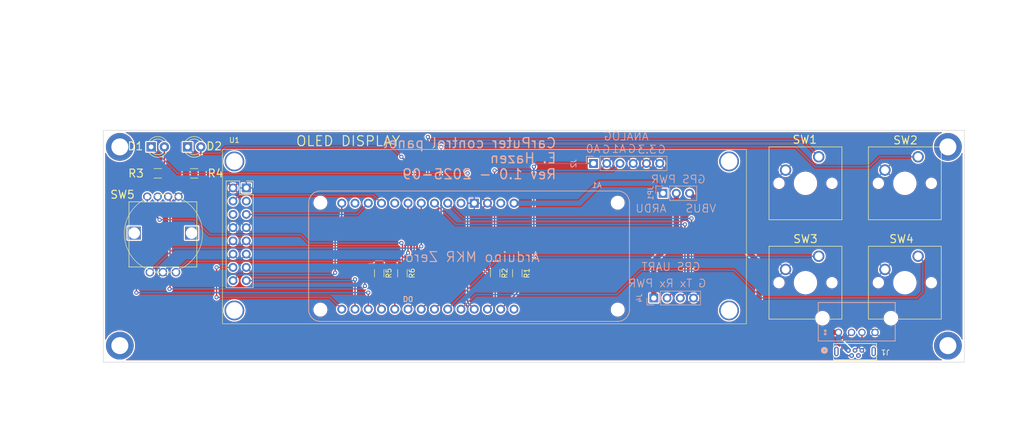
<source format=kicad_pcb>
(kicad_pcb (version 20241229) (generator "pcbnew") (generator_version "9.0")
  (layers (0 "F.Cu" signal) (2 "B.Cu" signal) (13 "F.Paste" user) (15 "B.Paste" user) (5 "F.SilkS" user "F.Silkscreen") (7 "B.SilkS" user "B.Silkscreen") (1 "F.Mask" user) (3 "B.Mask" user) (25 "Edge.Cuts" user))
  (net 0 "")
  (net 1 "/~{CS}")
  (net 2 "GND")
  (net 4 "Net-(D1-A)")
  (net 5 "Net-(D2-A)")
  (net 6 "/~{RST}")
  (net 7 "Net-(SW5-RED)")
  (net 8 "Net-(SW5-GREEN)")
  (net 9 "/SW0")
  (net 10 "/SW1")
  (net 11 "/SW2")
  (net 12 "/SW3")
  (net 13 "/ENC_SW")
  (net 14 "/ENC_A")
  (net 15 "/ENC_B")
  (net 16 "/TX")
  (net 17 "/ENC_RED")
  (net 18 "+3.3V")
  (net 19 "/SCK")
  (net 21 "/RX")
  (net 24 "/A1")
  (net 26 "/DC")
  (net 27 "/A0")
  (net 28 "/ENC_GRN")
  (net 29 "/MOSI")
  (net 32 "/LED0")
  (net 33 "/LED1")
  (net 34 "Net-(J1-D-)")
  (net 36 "Net-(J1-D+)")
  (net 37 "/VBUS")
  (net 38 "Net-(J4-Pin_1)")
  (net 39 "+5V")
  (footprint "my_mtg_hole:mtg_hole_4-40" (layer "F.Cu") (at 78.105 90.805)
    (property "Reference" "H2" (hide yes))
    (property "Value" "MountingHole")
    (pad "1" thru_hole circle (at 0 0) (size 5.334 5.334) (drill 3.2512) (layers "*.Cu" "*.Mask"))
  )
  (footprint "my_mtg_hole:mtg_hole_4-40" (layer "F.Cu") (at 236.855 90.805)
    (property "Reference" "H4" (hide yes))
    (property "Value" "MountingHole")
    (pad "1" thru_hole circle (at 0 0) (size 5.334 5.334) (drill 3.2512) (layers "*.Cu" "*.Mask"))
  )
  (footprint "my_cherry:SW_Cherry_MX_1.00u_PCB" (layer "F.Cu") (at 231.14 54.61)
    (property "Reference" "SW2" (at -2.413 -3.175 0) (layer "F.SilkS") (effects (font (size 1.524 1.524) (thickness 0.2032))))
    (property "Value" "SW_Push")
    (fp_line (start -9.525 -1.905) (end 4.445 -1.905) (stroke (width 0.12)) (layer "F.SilkS"))
    (fp_line (start -9.525 12.065) (end -9.525 -1.905) (stroke (width 0.12)) (layer "F.SilkS"))
    (fp_line (start 4.445 -1.905) (end 4.445 12.065) (stroke (width 0.12)) (layer "F.SilkS"))
    (fp_line (start 4.445 12.065) (end -9.525 12.065) (stroke (width 0.12)) (layer "F.SilkS"))
    (pad "" np_thru_hole circle (at -7.62 5.08) (size 1.7 1.7) (drill 1.7) (layers "*.Cu" "*.Mask"))
    (pad "" np_thru_hole circle (at -2.54 5.08) (size 4 4) (drill 4) (layers "*.Cu" "*.Mask"))
    (pad "" np_thru_hole circle (at 2.54 5.08) (size 1.7 1.7) (drill 1.7) (layers "*.Cu" "*.Mask"))
    (pad "1" thru_hole circle (at 0 0) (size 2.2 2.2) (drill 1.5) (layers "*.Cu" "*.Mask") (net 10 "/SW1"))
    (pad "2" thru_hole circle (at -6.35 2.54) (size 2.2 2.2) (drill 1.5) (layers "*.Cu" "*.Mask") (net 2 "GND"))
  )
  (footprint "my_footprints:rotary-RG-3D" (layer "F.Cu") (at 89.36 62.23)
    (property "Reference" "SW5" (at -10.747 -0.381 0) (layer "F.SilkS") (effects (font (size 1.524 1.524) (thickness 0.2032))))
    (property "Value" "COM-15140")
    (fp_line (start -9.5 1) (end 3.5 1) (stroke (width 0.12)) (layer "F.SilkS"))
    (fp_line (start -9.5 13.5) (end -9.5 1) (stroke (width 0.12)) (layer "F.SilkS"))
    (fp_line (start 3.5 1) (end 3.5 13.5) (stroke (width 0.12)) (layer "F.SilkS"))
    (fp_line (start 3.5 13.5) (end -9.5 13.5) (stroke (width 0.12)) (layer "F.SilkS"))
    (fp_circle (center -2.9 7.1) (end -8.3 12.3) (stroke (width 0.1)) (fill no) (layer "F.SilkS"))
    (pad "1" thru_hole circle (at 0 0) (size 1.6 1.6) (drill 1) (layers "*.Cu" "*.Mask") (net 2 "GND"))
    (pad "2" thru_hole circle (at -2 0) (size 1.6 1.6) (drill 1) (layers "*.Cu" "*.Mask") (net 7 "Net-(SW5-RED)"))
    (pad "3" thru_hole circle (at -4 0) (size 1.6 1.6) (drill 1) (layers "*.Cu" "*.Mask") (net 8 "Net-(SW5-GREEN)"))
    (pad "4" thru_hole circle (at -6 0) (size 1.6 1.6) (drill 1) (layers "*.Cu" "*.Mask") (net 13 "/ENC_SW"))
    (pad "A" thru_hole circle (at -5.5 14.5) (size 1.65 1.65) (drill 1.1) (layers "*.Cu" "*.Mask") (net 14 "/ENC_A"))
    (pad "B" thru_hole circle (at -0.5 14.5) (size 1.65 1.65) (drill 1.1) (layers "*.Cu" "*.Mask") (net 15 "/ENC_B"))
    (pad "C" thru_hole circle (at -3 14.5) (size 1.65 1.65) (drill 1.1) (layers "*.Cu" "*.Mask") (net 2 "GND"))
    (pad "X" thru_hole rect (at -8.5 7) (size 2.5 2.5) (drill 2.2) (layers "*.Cu" "*.Mask"))
    (pad "Y" thru_hole rect (at 2.5 7) (size 2.5 2.5) (drill 2.2) (layers "*.Cu" "*.Mask"))
  )
  (footprint "Resistor_SMD:R_1206_3216Metric_Pad1.30x1.75mm_HandSolder" (layer "F.Cu") (at 154.305 76.925 -90)
    (property "Reference" "R1" (at 0 -1.83 90) (layer "F.SilkS"))
    (property "Value" "10k")
    (fp_line (start -0.727064 0.91) (end 0.727064 0.91) (stroke (width 0.12)) (layer "F.SilkS"))
    (fp_line (start -0.727064 -0.91) (end 0.727064 -0.91) (stroke (width 0.12)) (layer "F.SilkS"))
    (pad "1" smd roundrect (at -1.55 0 270) (size 1.3 1.75) (layers "F.Cu" "F.Mask" "F.Paste") (roundrect_rratio 0.192308) (net 18 "+3.3V"))
    (pad "2" smd roundrect (at 1.55 0 270) (size 1.3 1.75) (layers "F.Cu" "F.Mask" "F.Paste") (roundrect_rratio 0.192308) (net 27 "/A0"))
  )
  (footprint "my_OLED:OLED_312_16pin" (layer "F.Cu") (at 97.7755 53.1985)
    (property "Reference" "U1" (at 2.286 -1.778 0) (layer "F.SilkS"))
    (property "Value" "OLED-SSD1322")
    (fp_line (start 0.702 6.036) (end 0.702 26.476) (stroke (width 0.12)) (layer "F.SilkS"))
    (fp_line (start 0.702 6.036) (end 3.302 6.036) (stroke (width 0.12)) (layer "F.SilkS"))
    (fp_line (start 0.702 26.476) (end 5.902 26.476) (stroke (width 0.12)) (layer "F.SilkS"))
    (fp_line (start 3.302 6.036) (end 3.302 8.636) (stroke (width 0.12)) (layer "F.SilkS"))
    (fp_line (start 3.302 8.636) (end 5.902 8.636) (stroke (width 0.12)) (layer "F.SilkS"))
    (fp_line (start 4.572 6.036) (end 5.902 6.036) (stroke (width 0.12)) (layer "F.SilkS"))
    (fp_line (start 5.902 6.036) (end 5.902 7.366) (stroke (width 0.12)) (layer "F.SilkS"))
    (fp_line (start 5.902 8.636) (end 5.902 26.476) (stroke (width 0.12)) (layer "F.SilkS"))
    (fp_rect (start 0 0) (end 100.457 33.4264) (stroke (width 0.1)) (fill no) (layer "F.SilkS"))
    (pad "1" thru_hole rect (at 4.572 7.366) (size 1.7 1.7) (drill 1) (layers "*.Cu" "*.Mask") (net 2 "GND"))
    (pad "2" thru_hole circle (at 2.032 7.366) (size 1.7 1.7) (drill 1) (layers "*.Cu" "*.Mask") (net 18 "+3.3V"))
    (pad "3" thru_hole circle (at 4.572 9.906) (size 1.7 1.7) (drill 1) (layers "*.Cu" "*.Mask"))
    (pad "4" thru_hole circle (at 2.032 9.906) (size 1.7 1.7) (drill 1) (layers "*.Cu" "*.Mask") (net 19 "/SCK"))
    (pad "5" thru_hole circle (at 4.572 12.446) (size 1.7 1.7) (drill 1) (layers "*.Cu" "*.Mask") (net 29 "/MOSI"))
    (pad "6" thru_hole circle (at 2.032 12.446) (size 1.7 1.7) (drill 1) (layers "*.Cu" "*.Mask"))
    (pad "7" thru_hole circle (at 4.572 14.986) (size 1.7 1.7) (drill 1) (layers "*.Cu" "*.Mask") (net 2 "GND"))
    (pad "8" thru_hole circle (at 2.032 14.986) (size 1.7 1.7) (drill 1) (layers "*.Cu" "*.Mask") (net 2 "GND"))
    (pad "9" thru_hole circle (at 4.572 17.526) (size 1.7 1.7) (drill 1) (layers "*.Cu" "*.Mask") (net 2 "GND"))
    (pad "10" thru_hole circle (at 2.032 17.526) (size 1.7 1.7) (drill 1) (layers "*.Cu" "*.Mask") (net 2 "GND"))
    (pad "11" thru_hole circle (at 4.572 20.066) (size 1.7 1.7) (drill 1) (layers "*.Cu" "*.Mask") (net 2 "GND"))
    (pad "12" thru_hole circle (at 2.032 20.066) (size 1.7 1.7) (drill 1) (layers "*.Cu" "*.Mask") (net 2 "GND"))
    (pad "13" thru_hole circle (at 4.572 22.606) (size 1.7 1.7) (drill 1) (layers "*.Cu" "*.Mask") (net 2 "GND"))
    (pad "14" thru_hole circle (at 2.032 22.606) (size 1.7 1.7) (drill 1) (layers "*.Cu" "*.Mask") (net 26 "/DC"))
    (pad "15" thru_hole circle (at 4.572 25.146) (size 1.7 1.7) (drill 1) (layers "*.Cu" "*.Mask") (net 1 "/~{CS}"))
    (pad "16" thru_hole circle (at 2.032 25.146) (size 1.7 1.7) (drill 1) (layers "*.Cu" "*.Mask") (net 6 "/~{RST}"))
    (pad "17" thru_hole circle (at 2.286 2.286) (size 3.81 3.81) (drill 3.175) (layers "*.Cu" "*.Mask"))
    (pad "17" thru_hole circle (at 2.286 30.861) (size 3.81 3.81) (drill 3.175) (layers "*.Cu" "*.Mask"))
    (pad "17" thru_hole circle (at 97.1296 2.286) (size 3.81 3.81) (drill 3.175) (layers "*.Cu" "*.Mask"))
    (pad "17" thru_hole circle (at 97.1296 30.861) (size 3.81 3.81) (drill 3.175) (layers "*.Cu" "*.Mask"))
  )
  (footprint "Resistor_SMD:R_1206_3216Metric_Pad1.30x1.75mm_HandSolder" (layer "F.Cu") (at 92.355 57.785)
    (property "Reference" "R4" (at 4.09 0 0) (layer "F.SilkS") (effects (font (size 1.524 1.524) (thickness 0.2032))))
    (property "Value" "1k")
    (fp_line (start 0.727064 -0.91) (end -0.727064 -0.91) (stroke (width 0.12)) (layer "F.SilkS"))
    (fp_line (start 0.727064 0.91) (end -0.727064 0.91) (stroke (width 0.12)) (layer "F.SilkS"))
    (pad "1" smd roundrect (at -1.55 0) (size 1.3 1.75) (layers "F.Cu" "F.Mask" "F.Paste") (roundrect_rratio 0.192308) (net 18 "+3.3V"))
    (pad "2" smd roundrect (at 1.55 0) (size 1.3 1.75) (layers "F.Cu" "F.Mask" "F.Paste") (roundrect_rratio 0.192308) (net 5 "Net-(D2-A)"))
  )
  (footprint "my_cherry:SW_Cherry_MX_1.00u_PCB" (layer "F.Cu") (at 212.09 54.61)
    (property "Reference" "SW1" (at -2.667 -3.302 0) (layer "F.SilkS") (effects (font (size 1.524 1.524) (thickness 0.2032))))
    (property "Value" "SW_Push")
    (fp_line (start -9.525 -1.905) (end 4.445 -1.905) (stroke (width 0.12)) (layer "F.SilkS"))
    (fp_line (start -9.525 12.065) (end -9.525 -1.905) (stroke (width 0.12)) (layer "F.SilkS"))
    (fp_line (start 4.445 -1.905) (end 4.445 12.065) (stroke (width 0.12)) (layer "F.SilkS"))
    (fp_line (start 4.445 12.065) (end -9.525 12.065) (stroke (width 0.12)) (layer "F.SilkS"))
    (pad "" np_thru_hole circle (at -7.62 5.08) (size 1.7 1.7) (drill 1.7) (layers "*.Cu" "*.Mask"))
    (pad "" np_thru_hole circle (at -2.54 5.08) (size 4 4) (drill 4) (layers "*.Cu" "*.Mask"))
    (pad "" np_thru_hole circle (at 2.54 5.08) (size 1.7 1.7) (drill 1.7) (layers "*.Cu" "*.Mask"))
    (pad "1" thru_hole circle (at 0 0) (size 2.2 2.2) (drill 1.5) (layers "*.Cu" "*.Mask") (net 9 "/SW0"))
    (pad "2" thru_hole circle (at -6.35 2.54) (size 2.2 2.2) (drill 1.5) (layers "*.Cu" "*.Mask") (net 2 "GND"))
  )
  (footprint "Resistor_SMD:R_1206_3216Metric_Pad1.30x1.75mm_HandSolder" (layer "F.Cu") (at 85.37 57.785)
    (property "Reference" "R3" (at -4.165 0 0) (layer "F.SilkS") (effects (font (size 1.524 1.524) (thickness 0.2032))))
    (property "Value" "1k")
    (fp_line (start 0.727064 -0.91) (end -0.727064 -0.91) (stroke (width 0.12)) (layer "F.SilkS"))
    (fp_line (start 0.727064 0.91) (end -0.727064 0.91) (stroke (width 0.12)) (layer "F.SilkS"))
    (pad "1" smd roundrect (at -1.55 0) (size 1.3 1.75) (layers "F.Cu" "F.Mask" "F.Paste") (roundrect_rratio 0.192308) (net 18 "+3.3V"))
    (pad "2" smd roundrect (at 1.55 0) (size 1.3 1.75) (layers "F.Cu" "F.Mask" "F.Paste") (roundrect_rratio 0.192308) (net 4 "Net-(D1-A)"))
  )
  (footprint "Resistor_SMD:R_1206_3216Metric_Pad1.30x1.75mm_HandSolder" (layer "F.Cu") (at 150.0598 76.925 -90)
    (property "Reference" "R2" (at 0 -1.83 90) (layer "F.SilkS"))
    (property "Value" "10k")
    (fp_line (start -0.727064 0.91) (end 0.727064 0.91) (stroke (width 0.12)) (layer "F.SilkS"))
    (fp_line (start -0.727064 -0.91) (end 0.727064 -0.91) (stroke (width 0.12)) (layer "F.SilkS"))
    (pad "1" smd roundrect (at -1.55 0 270) (size 1.3 1.75) (layers "F.Cu" "F.Mask" "F.Paste") (roundrect_rratio 0.192308) (net 18 "+3.3V"))
    (pad "2" smd roundrect (at 1.55 0 270) (size 1.3 1.75) (layers "F.Cu" "F.Mask" "F.Paste") (roundrect_rratio 0.192308) (net 24 "/A1"))
  )
  (footprint "my_cherry:SW_Cherry_MX_1.00u_PCB" (layer "F.Cu") (at 212.09 73.66)
    (property "Reference" "SW3" (at -2.54 -3.302 0) (layer "F.SilkS") (effects (font (size 1.524 1.524) (thickness 0.2032))))
    (property "Value" "SW_Push")
    (fp_line (start -9.525 -1.905) (end 4.445 -1.905) (stroke (width 0.12)) (layer "F.SilkS"))
    (fp_line (start -9.525 12.065) (end -9.525 -1.905) (stroke (width 0.12)) (layer "F.SilkS"))
    (fp_line (start 4.445 -1.905) (end 4.445 12.065) (stroke (width 0.12)) (layer "F.SilkS"))
    (fp_line (start 4.445 12.065) (end -9.525 12.065) (stroke (width 0.12)) (layer "F.SilkS"))
    (pad "" np_thru_hole circle (at -7.62 5.08) (size 1.7 1.7) (drill 1.7) (layers "*.Cu" "*.Mask"))
    (pad "" np_thru_hole circle (at -2.54 5.08) (size 4 4) (drill 4) (layers "*.Cu" "*.Mask"))
    (pad "" np_thru_hole circle (at 2.54 5.08) (size 1.7 1.7) (drill 1.7) (layers "*.Cu" "*.Mask"))
    (pad "1" thru_hole circle (at 0 0) (size 2.2 2.2) (drill 1.5) (layers "*.Cu" "*.Mask") (net 11 "/SW2"))
    (pad "2" thru_hole circle (at -6.35 2.54) (size 2.2 2.2) (drill 1.5) (layers "*.Cu" "*.Mask") (net 2 "GND"))
  )
  (footprint "my_mtg_hole:mtg_hole_4-40" (layer "F.Cu") (at 236.855 52.705)
    (property "Reference" "H3" (hide yes))
    (property "Value" "MountingHole")
    (pad "1" thru_hole circle (at 0 0) (size 5.334 5.334) (drill 3.2512) (layers "*.Cu" "*.Mask"))
  )
  (footprint "LED_THT:LED_D3.0mm" (layer "F.Cu") (at 84.1 52.705)
    (property "Reference" "D1" (at -3.022 -0.127 0) (layer "F.SilkS") (effects (font (size 1.524 1.524) (thickness 0.2032))))
    (property "Value" "LED")
    (fp_line (start -0.29 -1.236) (end -0.29 -1.08) (stroke (width 0.12)) (layer "F.SilkS"))
    (fp_line (start -0.29 1.08) (end -0.29 1.236) (stroke (width 0.12)) (layer "F.SilkS"))
    (fp_arc (start -0.29 -1.235516) (mid 1.366487 -1.987659) (end 2.942335 -1.078608) (stroke (width 0.12)) (layer "F.SilkS"))
    (fp_arc (start 0.229039 -1.08) (mid 1.270117 -1.5) (end 2.31113 -1.079837) (stroke (width 0.12)) (layer "F.SilkS"))
    (fp_arc (start 2.31113 1.079837) (mid 1.270117 1.5) (end 0.229039 1.08) (stroke (width 0.12)) (layer "F.SilkS"))
    (fp_arc (start 2.942335 1.078608) (mid 1.366487 1.987659) (end -0.29 1.235516) (stroke (width 0.12)) (layer "F.SilkS"))
    (pad "1" thru_hole rect (at 0 0) (size 1.8 1.8) (drill 0.9) (layers "*.Cu" "*.Mask") (net 32 "/LED0"))
    (pad "2" thru_hole circle (at 2.54 0) (size 1.8 1.8) (drill 0.9) (layers "*.Cu" "*.Mask") (net 4 "Net-(D1-A)"))
  )
  (footprint "my_mtg_hole:mtg_hole_4-40" (layer "F.Cu") (at 78.105 52.705)
    (property "Reference" "H1" (hide yes))
    (property "Value" "MountingHole")
    (pad "1" thru_hole circle (at 0 0) (size 5.334 5.334) (drill 3.2512) (layers "*.Cu" "*.Mask"))
  )
  (footprint "Resistor_SMD:R_1206_3216Metric_Pad1.30x1.75mm_HandSolder" (layer "F.Cu") (at 127.8348 76.925 -90)
    (property "Reference" "R5" (at 0 -1.83 90) (layer "F.SilkS"))
    (property "Value" "470")
    (fp_line (start -0.727064 0.91) (end 0.727064 0.91) (stroke (width 0.12)) (layer "F.SilkS"))
    (fp_line (start -0.727064 -0.91) (end 0.727064 -0.91) (stroke (width 0.12)) (layer "F.SilkS"))
    (pad "1" smd roundrect (at -1.55 0 270) (size 1.3 1.75) (layers "F.Cu" "F.Mask" "F.Paste") (roundrect_rratio 0.192308) (net 7 "Net-(SW5-RED)"))
    (pad "2" smd roundrect (at 1.55 0 270) (size 1.3 1.75) (layers "F.Cu" "F.Mask" "F.Paste") (roundrect_rratio 0.192308) (net 17 "/ENC_RED"))
  )
  (footprint "my_cherry:SW_Cherry_MX_1.00u_PCB" (layer "F.Cu") (at 231.14 73.66)
    (property "Reference" "SW4" (at -3.175 -3.302 0) (layer "F.SilkS") (effects (font (size 1.524 1.524) (thickness 0.2032))))
    (property "Value" "SW_Push")
    (fp_line (start -9.525 -1.905) (end 4.445 -1.905) (stroke (width 0.12)) (layer "F.SilkS"))
    (fp_line (start -9.525 12.065) (end -9.525 -1.905) (stroke (width 0.12)) (layer "F.SilkS"))
    (fp_line (start 4.445 -1.905) (end 4.445 12.065) (stroke (width 0.12)) (layer "F.SilkS"))
    (fp_line (start 4.445 12.065) (end -9.525 12.065) (stroke (width 0.12)) (layer "F.SilkS"))
    (pad "" np_thru_hole circle (at -7.62 5.08) (size 1.7 1.7) (drill 1.7) (layers "*.Cu" "*.Mask"))
    (pad "" np_thru_hole circle (at -2.54 5.08) (size 4 4) (drill 4) (layers "*.Cu" "*.Mask"))
    (pad "" np_thru_hole circle (at 2.54 5.08) (size 1.7 1.7) (drill 1.7) (layers "*.Cu" "*.Mask"))
    (pad "1" thru_hole circle (at 0 0) (size 2.2 2.2) (drill 1.5) (layers "*.Cu" "*.Mask") (net 12 "/SW3"))
    (pad "2" thru_hole circle (at -6.35 2.54) (size 2.2 2.2) (drill 1.5) (layers "*.Cu" "*.Mask") (net 2 "GND"))
  )
  (footprint "Resistor_SMD:R_1206_3216Metric_Pad1.30x1.75mm_HandSolder" (layer "F.Cu") (at 132.2798 76.925 -90)
    (property "Reference" "R6" (at 0 -1.83 90) (layer "F.SilkS"))
    (property "Value" "470")
    (fp_line (start -0.727064 0.91) (end 0.727064 0.91) (stroke (width 0.12)) (layer "F.SilkS"))
    (fp_line (start -0.727064 -0.91) (end 0.727064 -0.91) (stroke (width 0.12)) (layer "F.SilkS"))
    (pad "1" smd roundrect (at -1.55 0 270) (size 1.3 1.75) (layers "F.Cu" "F.Mask" "F.Paste") (roundrect_rratio 0.192308) (net 8 "Net-(SW5-GREEN)"))
    (pad "2" smd roundrect (at 1.55 0 270) (size 1.3 1.75) (layers "F.Cu" "F.Mask" "F.Paste") (roundrect_rratio 0.192308) (net 28 "/ENC_GRN"))
  )
  (footprint "LED_THT:LED_D3.0mm" (layer "F.Cu") (at 91.09 52.705)
    (property "Reference" "D2" (at 5.101 -0.127 0) (layer "F.SilkS") (effects (font (size 1.524 1.524) (thickness 0.2032))))
    (property "Value" "LED")
    (fp_line (start -0.29 -1.236) (end -0.29 -1.08) (stroke (width 0.12)) (layer "F.SilkS"))
    (fp_line (start -0.29 1.08) (end -0.29 1.236) (stroke (width 0.12)) (layer "F.SilkS"))
    (fp_arc (start -0.29 -1.235516) (mid 1.366487 -1.987659) (end 2.942335 -1.078608) (stroke (width 0.12)) (layer "F.SilkS"))
    (fp_arc (start 0.229039 -1.08) (mid 1.270117 -1.5) (end 2.31113 -1.079837) (stroke (width 0.12)) (layer "F.SilkS"))
    (fp_arc (start 2.31113 1.079837) (mid 1.270117 1.5) (end 0.229039 1.08) (stroke (width 0.12)) (layer "F.SilkS"))
    (fp_arc (start 2.942335 1.078608) (mid 1.366487 1.987659) (end -0.29 1.235516) (stroke (width 0.12)) (layer "F.SilkS"))
    (pad "1" thru_hole rect (at 0 0) (size 1.8 1.8) (drill 0.9) (layers "*.Cu" "*.Mask") (net 33 "/LED1"))
    (pad "2" thru_hole circle (at 2.54 0) (size 1.8 1.8) (drill 0.9) (layers "*.Cu" "*.Mask") (net 5 "Net-(D2-A)"))
  )
  (footprint "my_USB:CONN_USB3131-30-0230-A_GCT" (layer "F.Cu") (at 217.756001 91.71)
    (property "Reference" "J1" (at 7.129 0.381 180) (layer "F.SilkS"))
    (property "Value" "USB_B_Micro")
    (fp_line (start -2.8021 -1.312) (end -2.8021 -0.838263) (stroke (width 0.1524)) (layer "F.SilkS"))
    (fp_line (start -2.8021 1.278261) (end -2.8021 1.8376) (stroke (width 0.1524)) (layer "F.SilkS"))
    (fp_line (start -2.8021 1.8376) (end 5.4021 1.8376) (stroke (width 0.1524)) (layer "F.SilkS"))
    (fp_line (start 5.4021 -1.312) (end -2.8021 -1.312) (stroke (width 0.1524)) (layer "F.SilkS"))
    (fp_line (start 5.4021 -0.838263) (end 5.4021 -1.312) (stroke (width 0.1524)) (layer "F.SilkS"))
    (fp_line (start 5.4021 1.8376) (end 5.4021 1.278261) (stroke (width 0.1524)) (layer "F.SilkS"))
    (fp_circle (center -4.5801 0) (end -4.1991 0) (stroke (width 0.508)) (fill no) (layer "F.SilkS"))
    (fp_circle (center -4.5801 0) (end -4.1991 0) (stroke (width 0.508)) (fill no) (layer "B.SilkS"))
    (pad "1" thru_hole circle (at 0 0) (size 0.9144 0.9144) (drill 0.4064) (layers "*.Cu" "*.Mask") (net 37 "/VBUS"))
    (pad "2" thru_hole circle (at 0.650001 1) (size 0.9144 0.9144) (drill 0.4064) (layers "*.Cu" "*.Mask") (net 34 "Net-(J1-D-)"))
    (pad "3" thru_hole circle (at 1.3 0) (size 0.9144 0.9144) (drill 0.4064) (layers "*.Cu" "*.Mask") (net 36 "Net-(J1-D+)"))
    (pad "4" thru_hole circle (at 1.949999 1) (size 0.9144 0.9144) (drill 0.4064) (layers "*.Cu" "*.Mask"))
    (pad "5" thru_hole circle (at 2.6 0) (size 0.9144 0.9144) (drill 0.4064) (layers "*.Cu" "*.Mask") (net 2 "GND"))
    (pad "S_1" thru_hole oval (at -2.274999 0.219999 90) (size 1.8542 0.8636) (drill oval 1.3462 0.3556) (layers "*.Cu" "*.Mask"))
    (pad "S_2" thru_hole oval (at 4.874999 0.219999 90) (size 1.8542 0.8636) (drill oval 1.3462 0.3556) (layers "*.Cu" "*.Mask"))
  )
  (footprint "Connector_PinSocket_2.54mm:PinSocket_1x04_P2.54mm_Vertical" (layer "B.Cu") (at 180.477 81.686 -90)
    (property "Reference" "J4" (at 0 2.77 90) (layer "B.SilkS") (effects (justify mirror)))
    (property "Value" "Conn_01x04")
    (fp_line (start 0 1.33) (end 1.33 1.33) (stroke (width 0.12)) (layer "B.SilkS"))
    (fp_line (start 1.33 1.33) (end 1.33 0) (stroke (width 0.12)) (layer "B.SilkS"))
    (fp_line (start -1.33 -1.27) (end 1.33 -1.27) (stroke (width 0.12)) (layer "B.SilkS"))
    (fp_line (start -1.33 -1.27) (end -1.33 -8.95) (stroke (width 0.12)) (layer "B.SilkS"))
    (fp_line (start 1.33 -1.27) (end 1.33 -8.95) (stroke (width 0.12)) (layer "B.SilkS"))
    (fp_line (start -1.33 -8.95) (end 1.33 -8.95) (stroke (width 0.12)) (layer "B.SilkS"))
    (pad "1" thru_hole rect (at 0 0 270) (size 1.7 1.7) (drill 1) (layers "*.Cu" "*.Mask") (net 38 "Net-(J4-Pin_1)"))
    (pad "2" thru_hole circle (at 0 -2.54 270) (size 1.7 1.7) (drill 1) (layers "*.Cu" "*.Mask") (net 21 "/RX"))
    (pad "3" thru_hole circle (at 0 -5.08 270) (size 1.7 1.7) (drill 1) (layers "*.Cu" "*.Mask") (net 16 "/TX"))
    (pad "4" thru_hole circle (at 0 -7.62 270) (size 1.7 1.7) (drill 1) (layers "*.Cu" "*.Mask") (net 2 "GND"))
  )
  (footprint "Connector_PinHeader_2.54mm:PinHeader_1x03_P2.54mm_Vertical" (layer "B.Cu") (at 182.245 61.595 -90)
    (property "Reference" "JP1" (at 0 2.38 90) (layer "B.SilkS") (effects (justify mirror)))
    (property "Value" "Jumper_3_Bridged12")
    (fp_line (start -1.38 1.38) (end 0 1.38) (stroke (width 0.12)) (layer "B.SilkS"))
    (fp_line (start -1.38 0) (end -1.38 1.38) (stroke (width 0.12)) (layer "B.SilkS"))
    (fp_line (start -1.38 -1.27) (end 1.38 -1.27) (stroke (width 0.12)) (layer "B.SilkS"))
    (fp_line (start -1.38 -1.27) (end -1.38 -6.46) (stroke (width 0.12)) (layer "B.SilkS"))
    (fp_line (start 1.38 -1.27) (end 1.38 -6.46) (stroke (width 0.12)) (layer "B.SilkS"))
    (fp_line (start -1.38 -6.46) (end 1.38 -6.46) (stroke (width 0.12)) (layer "B.SilkS"))
    (pad "1" thru_hole rect (at 0 0 270) (size 1.7 1.7) (drill 1) (layers "*.Cu" "*.Mask") (net 39 "+5V"))
    (pad "2" thru_hole circle (at 0 -2.54 270) (size 1.7 1.7) (drill 1) (layers "*.Cu" "*.Mask") (net 38 "Net-(J4-Pin_1)"))
    (pad "3" thru_hole circle (at 0 -5.08 270) (size 1.7 1.7) (drill 1) (layers "*.Cu" "*.Mask") (net 37 "/VBUS"))
  )
  (footprint "Connector_PinHeader_2.54mm:PinHeader_1x06_P2.54mm_Vertical" (layer "B.Cu") (at 168.91 55.88 -90)
    (property "Reference" "J2" (at 0 3.81 90) (layer "B.SilkS") (effects (justify mirror)))
    (property "Value" "Conn_01x06")
    (fp_line (start -1.38 1.38) (end 0 1.38) (stroke (width 0.12)) (layer "B.SilkS"))
    (fp_line (start -1.38 0) (end -1.38 1.38) (stroke (width 0.12)) (layer "B.SilkS"))
    (fp_line (start -1.38 -1.27) (end 1.38 -1.27) (stroke (width 0.12)) (layer "B.SilkS"))
    (fp_line (start -1.38 -1.27) (end -1.38 -14.08) (stroke (width 0.12)) (layer "B.SilkS"))
    (fp_line (start 1.38 -1.27) (end 1.38 -14.08) (stroke (width 0.12)) (layer "B.SilkS"))
    (fp_line (start -1.38 -14.08) (end 1.38 -14.08) (stroke (width 0.12)) (layer "B.SilkS"))
    (pad "1" thru_hole rect (at 0 0 270) (size 1.7 1.7) (drill 1) (layers "*.Cu" "*.Mask") (net 27 "/A0"))
    (pad "2" thru_hole circle (at 0 -2.54 270) (size 1.7 1.7) (drill 1) (layers "*.Cu" "*.Mask") (net 2 "GND"))
    (pad "3" thru_hole circle (at 0 -5.08 270) (size 1.7 1.7) (drill 1) (layers "*.Cu" "*.Mask") (net 24 "/A1"))
    (pad "4" thru_hole circle (at 0 -7.62 270) (size 1.7 1.7) (drill 1) (layers "*.Cu" "*.Mask") (net 2 "GND"))
    (pad "5" thru_hole circle (at 0 -10.16 270) (size 1.7 1.7) (drill 1) (layers "*.Cu" "*.Mask") (net 18 "+3.3V"))
    (pad "6" thru_hole circle (at 0 -12.7 270) (size 1.7 1.7) (drill 1) (layers "*.Cu" "*.Mask") (net 2 "GND"))
  )
  (footprint "my_USB:CONN_USB-A-S-VT_ADM" (layer "B.Cu") (at 215.8746 88.265)
    (property "Reference" "J3" (hide yes))
    (property "Value" "USB_A")
    (fp_line (start -3.8735 -5.715) (end 10.8839 -5.715) (stroke (width 0.1524)) (layer "B.SilkS"))
    (fp_line (start -3.8735 -3.96472) (end -3.8735 -5.715) (stroke (width 0.1524)) (layer "B.SilkS"))
    (fp_line (start -3.8735 1.651) (end -3.8735 -1.47088) (stroke (width 0.1524)) (layer "B.SilkS"))
    (fp_line (start 10.8839 -5.715) (end 10.8839 -3.96472) (stroke (width 0.1524)) (layer "B.SilkS"))
    (fp_line (start 10.8839 -1.47088) (end 10.8839 1.651) (stroke (width 0.1524)) (layer "B.SilkS"))
    (fp_line (start 10.8839 1.651) (end -3.8735 1.651) (stroke (width 0.1524)) (layer "B.SilkS"))
    (fp_text user "*" (at -2.54 0 0) (layer "B.SilkS") (effects (justify mirror)))
    (fp_text user "*" (at -2.54 0 180) (layer "B.SilkS") (effects (justify mirror)))
    (pad "" np_thru_hole circle (at -3.0607 -2.7178) (size 2.3114 2.3114) (drill 2.3114) (layers "*.Cu" "*.Mask"))
    (pad "" np_thru_hole circle (at 10.0711 -2.7178) (size 2.3114 2.3114) (drill 2.3114) (layers "*.Cu" "*.Mask"))
    (pad "1" thru_hole circle (at 0 0) (size 1.4224 1.4224) (drill 0.9144) (layers "*.Cu" "*.Mask") (net 37 "/VBUS"))
    (pad "2" thru_hole circle (at 2.5019 0) (size 1.4224 1.4224) (drill 0.9144) (layers "*.Cu" "*.Mask") (net 34 "Net-(J1-D-)"))
    (pad "3" thru_hole circle (at 4.5085 0) (size 1.4224 1.4224) (drill 0.9144) (layers "*.Cu" "*.Mask") (net 36 "Net-(J1-D+)"))
    (pad "4" thru_hole circle (at 7.0104 0) (size 1.4224 1.4224) (drill 0.9144) (layers "*.Cu" "*.Mask") (net 2 "GND"))
  )
  (footprint "PCM_arduino-library:Arduino_MKR_Zero_Socket" (layer "B.Cu") (at 173.5548 63.41 180)
    (property "Reference" "A1" (at 4 3.35 0) (layer "B.SilkS") (effects (justify mirror)))
    (property "Value" "Arduino_MKR_Zero_Socket")
    (fp_line (start 59.25 -20.5) (end 59.25 0) (stroke (width 0.15)) (layer "B.SilkS"))
    (fp_line (start 0 2.25) (end 57 2.25) (stroke (width 0.15)) (layer "B.SilkS"))
    (fp_line (start 0 -22.75) (end 57 -22.75) (stroke (width 0.15)) (layer "B.SilkS"))
    (fp_line (start -2.25 -20.5) (end -2.25 0) (stroke (width 0.15)) (layer "B.SilkS"))
    (fp_arc (start 59.25 0) (mid 58.59099 1.59099) (end 57 2.25) (stroke (width 0.15)) (layer "B.SilkS"))
    (fp_arc (start 57 -22.75) (mid 58.59099 -22.09099) (end 59.25 -20.5) (stroke (width 0.15)) (layer "B.SilkS"))
    (fp_arc (start 0 2.25) (mid -1.59099 1.59099) (end -2.25 0) (stroke (width 0.15)) (layer "B.SilkS"))
    (fp_arc (start -2.25 -20.5) (mid -1.59099 -22.09099) (end 0 -22.75) (stroke (width 0.15)) (layer "B.SilkS"))
    (fp_text user "D0" (at 40.2048 -18.505 0) (layer "F.SilkS"))
    (fp_text user "D0" (at 40.2048 -18.505 0) (layer "B.SilkS") (effects (justify mirror)))
    (pad "" np_thru_hole circle (at 0 -20.5 180) (size 2.2 2.2) (drill 2.2) (layers "*.Cu" "*.Mask"))
    (pad "" np_thru_hole circle (at 0 0 180) (size 2.2 2.2) (drill 2.2) (layers "*.Cu" "*.Mask"))
    (pad "" np_thru_hole circle (at 57 -20.5 180) (size 2.2 2.2) (drill 2.2) (layers "*.Cu" "*.Mask"))
    (pad "" np_thru_hole circle (at 57 0 180) (size 2.2 2.2) (drill 2.2) (layers "*.Cu" "*.Mask"))
    (pad "3V3" thru_hole circle (at 24.9648 -0.09 180) (size 1.7272 1.7272) (drill 1.016) (layers "*.Cu" "*.Mask") (net 18 "+3.3V"))
    (pad "5V" thru_hole circle (at 19.8848 -0.09 180) (size 1.7272 1.7272) (drill 1.016) (layers "*.Cu" "*.Mask") (net 39 "+5V"))
    (pad "A0" thru_hole circle (at 22.4248 -20.41 180) (size 1.7272 1.7272) (drill 1.016) (layers "*.Cu" "*.Mask") (net 27 "/A0"))
    (pad "A1" thru_hole circle (at 24.9648 -20.41 180) (size 1.7272 1.7272) (drill 1.016) (layers "*.Cu" "*.Mask") (net 24 "/A1"))
    (pad "A2" thru_hole circle (at 27.5048 -20.41 180) (size 1.7272 1.7272) (drill 1.016) (layers "*.Cu" "*.Mask") (net 32 "/LED0"))
    (pad "A3" thru_hole circle (at 30.0448 -20.41 180) (size 1.7272 1.7272) (drill 1.016) (layers "*.Cu" "*.Mask") (net 12 "/SW3"))
    (pad "A4" thru_hole circle (at 32.5848 -20.41 180) (size 1.7272 1.7272) (drill 1.016) (layers "*.Cu" "*.Mask") (net 11 "/SW2"))
    (pad "A5" thru_hole circle (at 35.1248 -20.41 180) (size 1.7272 1.7272) (drill 1.016) (layers "*.Cu" "*.Mask") (net 10 "/SW1"))
    (pad "A6" thru_hole circle (at 37.6648 -20.41 180) (size 1.7272 1.7272) (drill 1.016) (layers "*.Cu" "*.Mask") (net 9 "/SW0"))
    (pad "AREF" thru_hole circle (at 19.8848 -20.41 180) (size 1.7272 1.7272) (drill 1.016) (layers "*.Cu" "*.Mask"))
    (pad "D0" thru_hole circle (at 40.2048 -20.41 180) (size 1.7272 1.7272) (drill 1.016) (layers "*.Cu" "*.Mask") (net 33 "/LED1"))
    (pad "D1" thru_hole circle (at 42.7448 -20.41 180) (size 1.7272 1.7272) (drill 1.016) (layers "*.Cu" "*.Mask") (net 28 "/ENC_GRN"))
    (pad "D2" thru_hole circle (at 45.2848 -20.41 180) (size 1.7272 1.7272) (drill 1.016) (layers "*.Cu" "*.Mask") (net 17 "/ENC_RED"))
    (pad "D3" thru_hole circle (at 47.8248 -20.41 180) (size 1.7272 1.7272) (drill 1.016) (layers "*.Cu" "*.Mask") (net 13 "/ENC_SW"))
    (pad "D4" thru_hole circle (at 50.3648 -20.41 180) (size 1.7272 1.7272) (drill 1.016) (layers "*.Cu" "*.Mask") (net 1 "/~{CS}"))
    (pad "D5" thru_hole circle (at 52.9048 -20.41 180) (size 1.7272 1.7272) (drill 1.016) (layers "*.Cu" "*.Mask") (net 26 "/DC"))
    (pad "D6" thru_hole circle (at 52.9048 -0.09 180) (size 1.7272 1.7272) (drill 1.016) (layers "*.Cu" "*.Mask") (net 6 "/~{RST}"))
    (pad "D7" thru_hole circle (at 50.3648 -0.09 180) (size 1.7272 1.7272) (drill 1.016) (layers "*.Cu" "*.Mask"))
    (pad "D8" thru_hole circle (at 47.8248 -0.09 180) (size 1.7272 1.7272) (drill 1.016) (layers "*.Cu" "*.Mask") (net 29 "/MOSI"))
    (pad "D9" thru_hole circle (at 45.2848 -0.09 180) (size 1.7272 1.7272) (drill 1.016) (layers "*.Cu" "*.Mask") (net 19 "/SCK"))
    (pad "D10" thru_hole circle (at 42.7448 -0.09 180) (size 1.7272 1.7272) (drill 1.016) (layers "*.Cu" "*.Mask"))
    (pad "D11" thru_hole circle (at 40.2048 -0.09 180) (size 1.7272 1.7272) (drill 1.016) (layers "*.Cu" "*.Mask") (net 15 "/ENC_B"))
    (pad "D12" thru_hole circle (at 37.6648 -0.09 180) (size 1.7272 1.7272) (drill 1.016) (layers "*.Cu" "*.Mask") (net 14 "/ENC_A"))
    (pad "D13" thru_hole circle (at 35.1248 -0.09 180) (size 1.7272 1.7272) (drill 1.016) (layers "*.Cu" "*.Mask") (net 21 "/RX"))
    (pad "D14" thru_hole circle (at 32.5848 -0.09 180) (size 1.7272 1.7272) (drill 1.016) (layers "*.Cu" "*.Mask") (net 16 "/TX"))
    (pad "GND" thru_hole rect (at 27.5048 -0.09 180) (size 1.7272 1.7272) (drill 1.016) (layers "*.Cu" "*.Mask") (net 2 "GND"))
    (pad "RST" thru_hole circle (at 30.0448 -0.09 180) (size 1.7272 1.7272) (drill 1.016) (layers "*.Cu" "*.Mask"))
    (pad "VIN" thru_hole circle (at 22.4248 -0.09 180) (size 1.7272 1.7272) (drill 1.016) (layers "*.Cu" "*.Mask"))
  )
  (gr_rect (start 74.93 49.53) (end 240.03 93.98) (stroke (width 0.1)) (fill no) (layer "Edge.Cuts"))
  (gr_text "OLED DISPLAY" (at 111.76 52.705 0) (layer "F.SilkS") (effects (font (size 1.905 1.905) (thickness 0.2032)) (justify left bottom)))
  (gr_text "ANALOG" (at 179.578 51.562 0) (layer "B.SilkS") (effects (font (size 1.524 1.524) (thickness 0.1524)) (justify left bottom mirror)))
  (gr_text "A1" (at 175.26 53.975 0) (layer "B.SilkS") (effects (font (size 1.524 1.524) (thickness 0.1524)) (justify left bottom mirror)))
  (gr_text "G" (at 172.212 54.102 0) (layer "B.SilkS") (effects (font (size 1.524 1.524) (thickness 0.1524)) (justify left bottom mirror)))
  (gr_text "G" (at 177.165 53.975 0) (layer "B.SilkS") (effects (font (size 1.524 1.524) (thickness 0.1524)) (justify left bottom mirror)))
  (gr_text "G" (at 182.88 54.102 0) (layer "B.SilkS") (effects (font (size 1.524 1.524) (thickness 0.1524)) (justify left bottom mirror)))
  (gr_text "GPS PWR" (at 190.5 59.817 0) (layer "B.SilkS") (effects (font (size 1.524 1.524) (thickness 0.1524)) (justify left bottom mirror)))
  (gr_text "E. Hazen\nRev 1.0 - 2025-09" (at 161.925 59.055 0) (layer "B.SilkS") (effects (font (size 1.905 1.905) (thickness 0.254)) (justify left bottom mirror)))
  (gr_text "CarPuter control panel" (at 161.925 53.086 0) (layer "B.SilkS") (effects (font (size 1.905 1.905) (thickness 0.254)) (justify left bottom mirror)))
  (gr_text "3.3" (at 181.102 54.102 0) (layer "B.SilkS") (effects (font (size 1.524 1.524) (thickness 0.1524)) (justify left bottom mirror)))
  (gr_text "VBUS" (at 192.532 65.405 0) (layer "B.SilkS") (effects (font (size 1.524 1.524) (thickness 0.1524)) (justify left bottom mirror)))
  (gr_text "G Tx Rx PWR" (at 190.627 79.756 0) (layer "B.SilkS") (effects (font (size 1.524 1.524) (thickness 0.1524)) (justify left bottom mirror)))
  (gr_text "A0" (at 170.307 53.975 0) (layer "B.SilkS") (effects (font (size 1.524 1.524) (thickness 0.1524)) (justify left bottom mirror)))
  (gr_text "Arduino MKR Zero" (at 158.75 74.93 0) (layer "B.SilkS") (effects (font (size 1.905 1.905) (thickness 0.2032)) (justify left bottom mirror)))
  (gr_text "ARDU" (at 183.007 65.405 0) (layer "B.SilkS") (effects (font (size 1.524 1.524) (thickness 0.1524)) (justify left bottom mirror)))
  (gr_text "GPS UART" (at 189.484 76.581 0) (layer "B.SilkS") (effects (font (size 1.524 1.524) (thickness 0.1524)) (justify left bottom mirror)))
  (segment (start 123.19 78.105) (end 123.19 83.82) (width 0.254) (layer "F.Cu") (net 1))
  (via (at 123.19 78.105) (size 0.8128) (drill 0.4064) (layers "F.Cu" "B.Cu") (net 1))
  (segment (start 122.9505 78.3445) (end 123.19 78.105) (width 0.254) (layer "B.Cu") (net 1))
  (segment (start 102.3475 78.3445) (end 122.9505 78.3445) (width 0.254) (layer "B.Cu") (net 1))
  (segment (start 86.64 57.505) (end 86.92 57.785) (width 0.254) (layer "F.Cu") (net 4))
  (segment (start 86.64 52.705) (end 86.64 57.505) (width 0.254) (layer "F.Cu") (net 4))
  (segment (start 93.63 57.51) (end 93.905 57.785) (width 0.254) (layer "F.Cu") (net 5))
  (segment (start 93.63 52.705) (end 93.63 57.51) (width 0.254) (layer "F.Cu") (net 5))
  (segment (start 119.38 76.835) (end 119.38 67.31) (width 0.254) (layer "F.Cu") (net 6))
  (segment (start 119.38 67.31) (end 120.65 66.04) (width 0.254) (layer "F.Cu") (net 6))
  (segment (start 120.65 66.04) (end 120.65 63.5) (width 0.254) (layer "F.Cu") (net 6))
  (via (at 119.38 76.835) (size 0.8128) (drill 0.4064) (layers "F.Cu" "B.Cu") (net 6))
  (segment (start 119.0263 77.1887) (end 119.38 76.835) (width 0.254) (layer "B.Cu") (net 6))
  (segment (start 100.9633 77.1887) (end 119.0263 77.1887) (width 0.254) (layer "B.Cu") (net 6))
  (segment (start 99.8075 78.3445) (end 100.9633 77.1887) (width 0.254) (layer "B.Cu") (net 6))
  (segment (start 87.7292 62.5992) (end 87.7292 79.9108) (width 0.254) (layer "F.Cu") (net 7))
  (segment (start 125.095 79.375) (end 125.095 76.2) (width 0.254) (layer "F.Cu") (net 7))
  (segment (start 87.36 62.23) (end 87.7292 62.5992) (width 0.254) (layer "F.Cu") (net 7))
  (segment (start 125.095 76.2) (end 125.92 75.375) (width 0.254) (layer "F.Cu") (net 7))
  (segment (start 87.63 80.01) (end 87.63 79.9338) (width 0.254) (layer "F.Cu") (net 7))
  (segment (start 87.7292 79.9108) (end 87.63 80.01) (width 0.254) (layer "F.Cu") (net 7))
  (segment (start 125.92 75.375) (end 127.8348 75.375) (width 0.254) (layer "F.Cu") (net 7))
  (via (at 125.095 79.375) (size 0.8128) (drill 0.4064) (layers "F.Cu" "B.Cu") (net 7))
  (via (at 87.63 79.9338) (size 0.8128) (drill 0.4064) (layers "F.Cu" "B.Cu") (net 7))
  (segment (start 87.63 79.9338) (end 124.5362 79.9338) (width 0.254) (layer "B.Cu") (net 7))
  (segment (start 124.5362 79.9338) (end 125.095 79.375) (width 0.254) (layer "B.Cu") (net 7))
  (segment (start 85.36 62.23) (end 85.36 66.31) (width 0.254) (layer "F.Cu") (net 8))
  (segment (start 132.08 71.12) (end 132.2798 71.3198) (width 0.254) (layer "F.Cu") (net 8))
  (segment (start 132.2798 71.3198) (end 132.2798 75.375) (width 0.254) (layer "F.Cu") (net 8))
  (segment (start 85.36 66.31) (end 85.725 66.675) (width 0.254) (layer "F.Cu") (net 8))
  (via (at 132.08 71.12) (size 0.8128) (drill 0.4064) (layers "F.Cu" "B.Cu") (net 8))
  (via (at 85.725 66.675) (size 0.8128) (drill 0.4064) (layers "F.Cu" "B.Cu") (net 8))
  (segment (start 85.725 66.675) (end 92.4166 66.675) (width 0.254) (layer "B.Cu") (net 8))
  (segment (start 114.322928 71.12) (end 132.08 71.12) (width 0.254) (layer "B.Cu") (net 8))
  (segment (start 95.3103 69.5687) (end 112.771628 69.5687) (width 0.254) (layer "B.Cu") (net 8))
  (segment (start 112.771628 69.5687) (end 114.322928 71.12) (width 0.254) (layer "B.Cu") (net 8))
  (segment (start 92.4166 66.675) (end 95.3103 69.5687) (width 0.254) (layer "B.Cu") (net 8))
  (segment (start 137.16 82.55) (end 135.89 83.82) (width 0.254) (layer "F.Cu") (net 9))
  (segment (start 137.16 50.8) (end 137.16 82.55) (width 0.254) (layer "F.Cu") (net 9))
  (via (at 137.16 50.8) (size 0.8128) (drill 0.4064) (layers "F.Cu" "B.Cu") (net 9))
  (segment (start 212.09 54.61) (end 208.915 51.435) (width 0.254) (layer "B.Cu") (net 9))
  (segment (start 208.915 51.435) (end 137.795 51.435) (width 0.254) (layer "B.Cu") (net 9))
  (segment (start 137.795 51.435) (end 137.16 50.8) (width 0.254) (layer "B.Cu") (net 9))
  (segment (start 138.43 83.82) (end 139.7 82.55) (width 0.254) (layer "F.Cu") (net 10))
  (segment (start 139.7 82.55) (end 139.7 52.705) (width 0.254) (layer "F.Cu") (net 10))
  (via (at 139.7 52.705) (size 0.8128) (drill 0.4064) (layers "F.Cu" "B.Cu") (net 10))
  (segment (start 139.7 52.705) (end 207.645 52.705) (width 0.254) (layer "B.Cu") (net 10))
  (segment (start 211.455 56.515) (end 221.869 56.515) (width 0.254) (layer "B.Cu") (net 10))
  (segment (start 223.774 54.61) (end 231.14 54.61) (width 0.254) (layer "B.Cu") (net 10))
  (segment (start 207.645 52.705) (end 211.455 56.515) (width 0.254) (layer "B.Cu") (net 10))
  (segment (start 221.869 56.515) (end 223.774 54.61) (width 0.254) (layer "B.Cu") (net 10))
  (segment (start 140.97 83.82) (end 151.13 73.66) (width 0.254) (layer "B.Cu") (net 11))
  (segment (start 151.13 73.66) (end 212.09 73.66) (width 0.254) (layer "B.Cu") (net 11))
  (segment (start 232.029 80.518) (end 232.029 74.549) (width 0.254) (layer "B.Cu") (net 12))
  (segment (start 146.304 81.026) (end 173.355 81.026) (width 0.254) (layer "B.Cu") (net 12))
  (segment (start 178.054 76.327) (end 195.834 76.327) (width 0.254) (layer "B.Cu") (net 12))
  (segment (start 230.886 81.661) (end 232.029 80.518) (width 0.254) (layer "B.Cu") (net 12))
  (segment (start 143.51 83.82) (end 146.304 81.026) (width 0.254) (layer "B.Cu") (net 12))
  (segment (start 173.355 81.026) (end 178.054 76.327) (width 0.254) (layer "B.Cu") (net 12))
  (segment (start 201.168 81.661) (end 230.886 81.661) (width 0.254) (layer "B.Cu") (net 12))
  (segment (start 232.029 74.549) (end 231.14 73.66) (width 0.254) (layer "B.Cu") (net 12))
  (segment (start 195.834 76.327) (end 201.168 81.661) (width 0.254) (layer "B.Cu") (net 12))
  (segment (start 83.36 62.23) (end 83.36 73.485) (width 0.254) (layer "F.Cu") (net 13))
  (segment (start 125.73 80.645) (end 125.73 83.82) (width 0.254) (layer "F.Cu") (net 13))
  (segment (start 83.36 73.485) (end 81.28 75.565) (width 0.254) (layer "F.Cu") (net 13))
  (segment (start 81.28 75.565) (end 81.28 80.645) (width 0.254) (layer "F.Cu") (net 13))
  (via (at 81.28 80.645) (size 0.8128) (drill 0.4064) (layers "F.Cu" "B.Cu") (net 13))
  (via (at 125.73 80.645) (size 0.8128) (drill 0.4064) (layers "F.Cu" "B.Cu") (net 13))
  (segment (start 81.28 80.645) (end 125.73 80.645) (width 0.254) (layer "B.Cu") (net 13))
  (segment (start 135.89 71.755) (end 135.89 63.5) (width 0.254) (layer "F.Cu") (net 14))
  (via (at 135.89 71.755) (size 0.8128) (drill 0.4064) (layers "F.Cu" "B.Cu") (net 14))
  (segment (start 88.4813 72.1087) (end 135.5363 72.1087) (width 0.254) (layer "B.Cu") (net 14))
  (segment (start 83.86 76.73) (end 88.4813 72.1087) (width 0.254) (layer "B.Cu") (net 14))
  (segment (start 135.5363 72.1087) (end 135.89 71.755) (width 0.254) (layer "B.Cu") (net 14))
  (segment (start 133.35 73.025) (end 133.35 63.5) (width 0.254) (layer "F.Cu") (net 15))
  (via (at 133.35 73.025) (size 0.8128) (drill 0.4064) (layers "F.Cu" "B.Cu") (net 15))
  (segment (start 90.9413 74.6487) (end 131.7263 74.6487) (width 0.254) (layer "B.Cu") (net 15))
  (segment (start 88.86 76.73) (end 90.9413 74.6487) (width 0.254) (layer "B.Cu") (net 15))
  (segment (start 131.7263 74.6487) (end 133.35 73.025) (width 0.254) (layer "B.Cu") (net 15))
  (segment (start 187.706 66.421) (end 187.706 79.537) (width 0.254) (layer "F.Cu") (net 16))
  (segment (start 187.706 79.537) (end 185.557 81.686) (width 0.254) (layer "F.Cu") (net 16))
  (via (at 187.706 66.421) (size 0.8128) (drill 0.4064) (layers "F.Cu" "B.Cu") (net 16))
  (segment (start 143.891 66.421) (end 187.706 66.421) (width 0.254) (layer "B.Cu") (net 16))
  (segment (start 140.97 63.5) (end 143.891 66.421) (width 0.254) (layer "B.Cu") (net 16))
  (segment (start 127.8348 78.475) (end 127.8348 83.3848) (width 0.254) (layer "F.Cu") (net 17))
  (segment (start 127.8348 83.3848) (end 128.27 83.82) (width 0.254) (layer "F.Cu") (net 17))
  (segment (start 100.98 61.932) (end 126.702 61.932) (width 0.254) (layer "B.Cu") (net 19))
  (segment (start 99.8075 63.1045) (end 100.98 61.932) (width 0.254) (layer "B.Cu") (net 19))
  (segment (start 126.702 61.932) (end 128.27 63.5) (width 0.254) (layer "B.Cu") (net 19))
  (segment (start 186.436 78.267) (end 183.017 81.686) (width 0.254) (layer "F.Cu") (net 21))
  (segment (start 186.436 67.564) (end 186.436 78.267) (width 0.254) (layer "F.Cu") (net 21))
  (via (at 186.436 67.564) (size 0.8128) (drill 0.4064) (layers "F.Cu" "B.Cu") (net 21))
  (segment (start 142.494 67.564) (end 186.436 67.564) (width 0.254) (layer "B.Cu") (net 21))
  (segment (start 138.43 63.5) (end 142.494 67.564) (width 0.254) (layer "B.Cu") (net 21))
  (segment (start 150.0598 82.3502) (end 148.59 83.82) (width 0.254) (layer "F.Cu") (net 24))
  (segment (start 147.32 74.295) (end 147.32 75.7352) (width 0.254) (layer "F.Cu") (net 24))
  (segment (start 150.0598 78.475) (end 150.0598 82.3502) (width 0.254) (layer "F.Cu") (net 24))
  (segment (start 149.9372 57.2272) (end 149.9372 71.6778) (width 0.254) (layer "F.Cu") (net 24))
  (segment (start 149.9372 71.6778) (end 147.32 74.295) (width 0.254) (layer "F.Cu") (net 24))
  (segment (start 147.32 75.7352) (end 150.0598 78.475) (width 0.254) (layer "F.Cu") (net 24))
  (via (at 149.9372 57.2272) (size 0.8128) (drill 0.4064) (layers "F.Cu" "B.Cu") (net 24))
  (segment (start 172.6428 57.2272) (end 149.9372 57.2272) (width 0.254) (layer "B.Cu") (net 24))
  (segment (start 173.99 55.88) (end 172.6428 57.2272) (width 0.254) (layer "B.Cu") (net 24))
  (segment (start 149.86 57.15) (end 149.9372 57.2272) (width 0.254) (layer "B.Cu") (net 24))
  (segment (start 96.647 75.819) (end 96.647 81.534) (width 0.254) (layer "F.Cu") (net 26))
  (via (at 96.647 75.819) (size 0.8128) (drill 0.4064) (layers "F.Cu" "B.Cu") (net 26))
  (via (at 96.647 81.534) (size 0.8128) (drill 0.4064) (layers "F.Cu" "B.Cu") (net 26))
  (segment (start 96.647 81.534) (end 118.364 81.534) (width 0.254) (layer "B.Cu") (net 26))
  (segment (start 96.6615 75.8045) (end 96.647 75.819) (width 0.254) (layer "B.Cu") (net 26))
  (segment (start 99.8075 75.8045) (end 96.6615 75.8045) (width 0.254) (layer "B.Cu") (net 26))
  (segment (start 118.364 81.534) (end 120.65 83.82) (width 0.254) (layer "B.Cu") (net 26))
  (segment (start 157.48 75.3) (end 157.48 56.515) (width 0.254) (layer "F.Cu") (net 27))
  (segment (start 154.305 78.475) (end 157.48 75.3) (width 0.254) (layer "F.Cu") (net 27))
  (segment (start 154.305 80.645) (end 151.13 83.82) (width 0.254) (layer "F.Cu") (net 27))
  (segment (start 154.305 78.475) (end 154.305 80.645) (width 0.254) (layer "F.Cu") (net 27))
  (via (at 157.48 56.515) (size 0.8128) (drill 0.4064) (layers "F.Cu" "B.Cu") (net 27))
  (segment (start 157.48 56.515) (end 158.115 55.88) (width 0.254) (layer "B.Cu") (net 27))
  (segment (start 158.115 55.88) (end 168.91 55.88) (width 0.254) (layer "B.Cu") (net 27))
  (segment (start 132.2798 79.1752) (end 130.81 80.645) (width 0.254) (layer "F.Cu") (net 28))
  (segment (start 132.2798 78.475) (end 132.2798 79.1752) (width 0.254) (layer "F.Cu") (net 28))
  (segment (start 130.81 80.645) (end 130.81 83.82) (width 0.254) (layer "F.Cu") (net 28))
  (segment (start 123.5855 65.6445) (end 125.73 63.5) (width 0.254) (layer "B.Cu") (net 29))
  (segment (start 102.3475 65.6445) (end 123.5855 65.6445) (width 0.254) (layer "B.Cu") (net 29))
  (segment (start 144.78 82.55) (end 146.05 83.82) (width 0.254) (layer "F.Cu") (net 32))
  (segment (start 144.78 57.785) (end 144.78 82.55) (width 0.254) (layer "F.Cu") (net 32))
  (via (at 144.78 57.785) (size 0.8128) (drill 0.4064) (layers "F.Cu" "B.Cu") (net 32))
  (segment (start 84.1 52.705) (end 89.18 57.785) (width 0.254) (layer "B.Cu") (net 32))
  (segment (start 89.18 57.785) (end 144.78 57.785) (width 0.254) (layer "B.Cu") (net 32))
  (segment (start 134.5194 82.6506) (end 133.35 83.82) (width 0.254) (layer "F.Cu") (net 33))
  (segment (start 134.5194 57.0494) (end 134.5194 82.6506) (width 0.254) (layer "F.Cu") (net 33))
  (segment (start 132.08 54.61) (end 134.5194 57.0494) (width 0.254) (layer "F.Cu") (net 33))
  (via (at 132.08 54.61) (size 0.8128) (drill 0.4064) (layers "F.Cu" "B.Cu") (net 33))
  (segment (start 92.2958 53.9108) (end 97.2192 53.9108) (width 0.254) (layer "B.Cu") (net 33))
  (segment (start 130.175 52.705) (end 132.08 54.61) (width 0.254) (layer "B.Cu") (net 33))
  (segment (start 97.2192 53.9108) (end 98.425 52.705) (width 0.254) (layer "B.Cu") (net 33))
  (segment (start 91.09 52.705) (end 92.2958 53.9108) (width 0.254) (layer "B.Cu") (net 33))
  (segment (start 98.425 52.705) (end 130.175 52.705) (width 0.254) (layer "B.Cu") (net 33))
  (segment (start 216.535 90.1065) (end 218.3765 88.265) (width 0.254) (layer "F.Cu") (net 34))
  (segment (start 216.535 92.075) (end 216.535 90.1065) (width 0.254) (layer "F.Cu") (net 34))
  (segment (start 217.17 92.71) (end 216.535 92.075) (width 0.254) (layer "F.Cu") (net 34))
  (segment (start 218.406002 92.71) (end 217.17 92.71) (width 0.254) (layer "F.Cu") (net 34))
  (segment (start 220.3831 90.382901) (end 220.3831 88.265) (width 0.254) (layer "F.Cu") (net 36))
  (segment (start 219.056001 91.71) (end 220.3831 90.382901) (width 0.254) (layer "F.Cu") (net 36))
  (segment (start 203.2 88.265) (end 215.8746 88.265) (width 1.016) (layer "F.Cu") (net 37))
  (segment (start 187.325 61.595) (end 200.66 74.93) (width 1.016) (layer "F.Cu") (net 37))
  (segment (start 200.66 74.93) (end 200.66 85.725) (width 1.016) (layer "F.Cu") (net 37))
  (segment (start 200.66 85.725) (end 203.2 88.265) (width 1.016) (layer "F.Cu") (net 37))
  (segment (start 217.756001 91.71) (end 215.9 89.853999) (width 1.016) (layer "B.Cu") (net 37))
  (segment (start 215.9 89.853999) (end 215.9 88.2904) (width 1.016) (layer "B.Cu") (net 37))
  (segment (start 215.9 88.2904) (end 215.8746 88.265) (width 1.016) (layer "B.Cu") (net 37))
  (segment (start 180.477 74.539) (end 180.477 81.686) (width 1.016) (layer "F.Cu") (net 38))
  (segment (start 184.785 61.595) (end 184.785 70.231) (width 1.016) (layer "F.Cu") (net 38))
  (segment (start 184.785 70.231) (end 180.477 74.539) (width 1.016) (layer "F.Cu") (net 38))
  (segment (start 153.67 63.5) (end 166.243 63.5) (width 1.016) (layer "B.Cu") (net 39))
  (segment (start 170.053 59.69) (end 180.34 59.69) (width 1.016) (layer "B.Cu") (net 39))
  (segment (start 166.243 63.5) (end 170.053 59.69) (width 1.016) (layer "B.Cu") (net 39))
  (segment (start 180.34 59.69) (end 182.245 61.595) (width 1.016) (layer "B.Cu") (net 39))
  (zone (net 18) (net_name "+3.3V") (layer "F.Cu") (connect_pads (clearance 0.254)) (min_thickness 0.127) (fill yes (thermal_gap 0.254) (thermal_bridge_width 0.254))
    (polygon (pts (xy 71.12 45.72) (xy 248.92 45.72) (xy 248.92 96.52) (xy 71.12 96.52)))
  )
  (zone (net 2) (net_name "GND") (layer "B.Cu") (priority 1) (connect_pads (clearance 0.254)) (min_thickness 0.127) (fill yes (thermal_gap 0.254) (thermal_bridge_width 0.254))
    (polygon (pts (xy 68.58 43.18) (xy 251.46 43.18) (xy 251.46 99.06) (xy 68.58 99.06)))
  )
)
</source>
